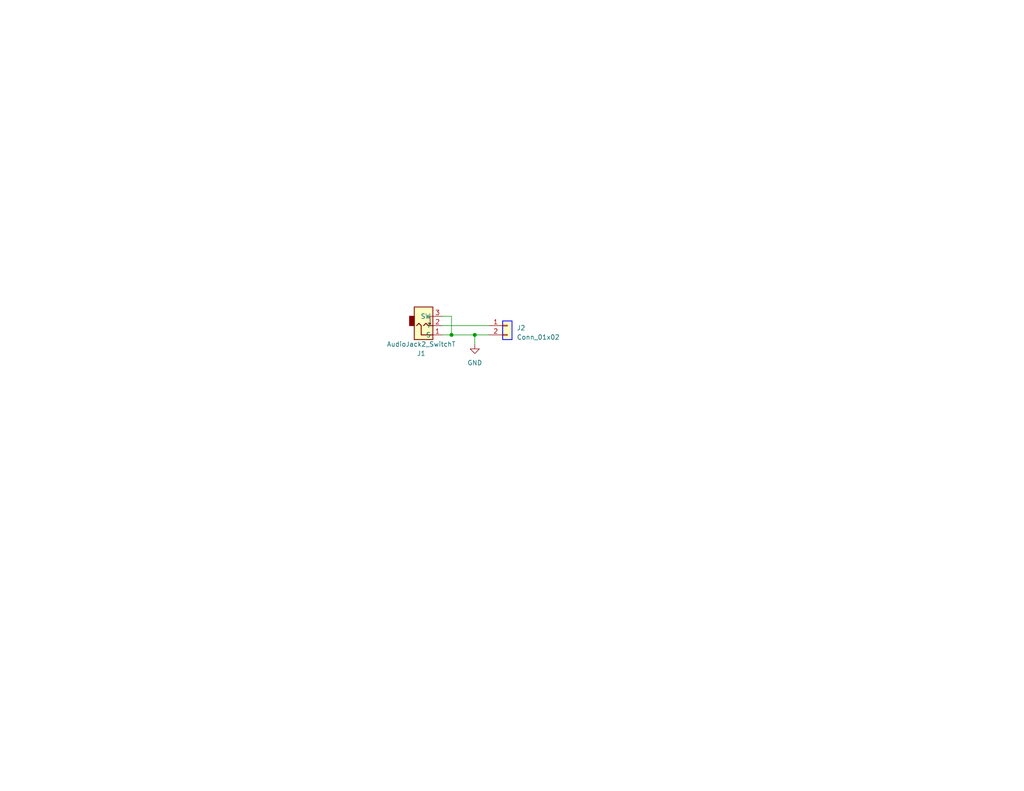
<source format=kicad_sch>
(kicad_sch (version 20221206) (generator eeschema)
  (paper "A")
  (lib_symbols
    (symbol "connectors_audio:AudioJack2_SwitchT"
      (property "Reference" "J" (at 0 8.89 0))
      (property "Value" "AudioJack2_SwitchT" (at 0 6.35 0))
      (symbol "AudioJack2_SwitchT_0_1"
        (rectangle (start -2.54 0) (end -3.81 -2.54) (stroke (width 0.254)) (fill (type outline)))
        (polyline (pts (xy 1.778 -0.254) (xy 2.032 -0.762)))
        (polyline (pts (xy 0 0) (xy 0.635 -0.635) (xy 1.27 0) (xy 2.54 0)) (stroke (width 0.254)))
        (polyline (pts (xy 2.54 -2.54) (xy 1.778 -2.54) (xy 1.778 -0.254) (xy 1.524 -0.762)))
        (polyline (pts (xy 2.54 2.54) (xy -0.635 2.54) (xy -0.635 0) (xy -1.27 -0.635) (xy -1.905 0)) (stroke (width 0.254)))
        (rectangle (start 2.54 3.81) (end -2.54 -5.08) (stroke (width 0.254)) (fill (type background)))
      )
      (symbol "AudioJack2_SwitchT_1_1"
        (pin passive line (at 5.08 2.54 180) (length 2.54) (name "S") (number "1"))
        (pin passive line (at 5.08 0 180) (length 2.54) (name "T") (number "2"))
        (pin passive line (at 5.08 -2.54 180) (length 2.54) (name "SW") (number "3"))
      )
    )
    (symbol "connectors_headers:Conn_01x02_sckt_100mil_machine_pin" (pin_names (offset 1.016) hide)
      (property "Reference" "J" (at 0 2.54 0))
      (property "Value" "Conn_01x02" (at 0 -5.08 0))
      (symbol "Conn_01x02_sckt_100mil_machine_pin_1_1"
        (rectangle (start -1.27 -2.413) (end 0 -2.667) (stroke (width 0.1524)))
        (rectangle (start -1.27 0.127) (end 0 -0.127) (stroke (width 0.1524)))
        (rectangle (start -1.27 1.27) (end 1.27 -3.81) (stroke (width 0.254) (color 0 0 255 1)) (fill (type background)))
        (pin passive line (at -5.08 0 0) (length 3.81) (name "Pin_1") (number "1"))
        (pin passive line (at -5.08 -2.54 0) (length 3.81) (name "Pin_2") (number "2"))
      )
    )
    (symbol "power:GND" (power) (pin_names (offset 0))
      (property "Value" "GND" (at 0 -3.81 0))
      (symbol "GND_0_1"
        (polyline (pts (xy 0 0) (xy 0 -1.27) (xy 1.27 -1.27) (xy 0 -2.54) (xy -1.27 -1.27) (xy 0 -1.27)))
      )
      (symbol "GND_1_1"
        (pin power_in line (at 0 0 270) (length 0) hide (name "GND") (number "1"))
      )
    )
  )
  (junction (at 123.19 91.44))
  (junction (at 129.54 91.44))
  (wire (pts (xy 120.65 86.36) (xy 123.19 86.36)))
  (wire (pts (xy 123.19 91.44) (xy 129.54 91.44)))
  (wire (pts (xy 133.35 91.44) (xy 129.54 91.44)))
  (wire (pts (xy 123.19 86.36) (xy 123.19 91.44)))
  (wire (pts (xy 129.54 93.98) (xy 129.54 91.44)))
  (wire (pts (xy 123.19 91.44) (xy 120.65 91.44)))
  (wire (pts (xy 133.35 88.9) (xy 120.65 88.9)))
  (symbol (lib_id "connectors_headers:Conn_01x02_sckt_100mil_machine_pin") (at 138.43 88.9 0) (unit 1)
    (property "Reference" "J2" (at 140.97 89.535 0) (effects (justify left)))
    (property "Value" "Conn_01x02" (at 140.97 92.075 0) (effects (justify left)))
    (property "Footprint" "connectors_headers:PinSocket_1x02_P2.54mm_Vert_Machine_Pin" (effects hide))
  )
  (symbol (lib_id "power:GND") (at 129.54 93.98 0) (unit 1)
    (property "Reference" "#PWR01" (effects hide))
    (property "Value" "GND" (at 129.54 99.06 0))
  )
  (symbol (lib_id "connectors_audio:AudioJack2_SwitchT") (at 115.57 88.9 0) (mirror x) (unit 1)
    (property "Reference" "J1" (at 114.935 96.52 0))
    (property "Value" "AudioJack2_SwitchT" (at 114.935 93.98 0))
    (property "Footprint" "connectors:CUI_MJ-63022B" (effects hide))
    (property "MPN1" "MJ-63022B" (effects hide))
  )
)
</source>
